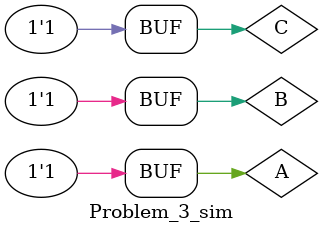
<source format=v>
`timescale 1ns / 1ps


module Problem_3_sim( );
    reg A;
    reg B;
    reg C;
    wire X;
    wire Y;

    Problem_3 UUT(.A(A), .B(B), .C(C), .X(X), .Y(Y) );
    
    initial begin
    A = 0;
    B = 0;
    C = 0;
    #10;

    C = 1;
    #10;
    
    B = 1;
    C = 0;
    #10;
    
    C = 1;
    #10;
    
    
    A = 1;
    B = 0;
    C = 0;
    #10;
    
    C = 1;
    #10;
    
    
    B = 1;
    C = 0;
    #10;
    
    C = 1;
    #10;

    end
endmodule

</source>
